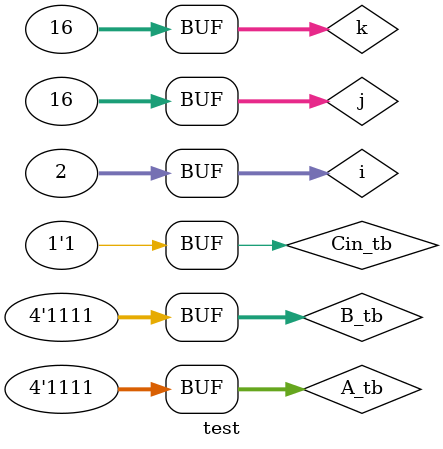
<source format=v>
`timescale 1ns / 1ps


module test;
    reg [3:0] A_tb;
    reg [3:0] B_tb;
    reg Cin_tb;
    wire Cout_tb;
    wire [3:0]led_tb;
    
Adder_subtractor kitty_poop(
    .A(A_tb),
    .B(B_tb),
    .Cin(Cin_tb),
    .Cout(Cout_tb),
    .led(led_tb)
    );
    
integer i,j,k;

initial begin

i = 0;
j = 0;
k = 0;
    
    for(i=0;i<2;i=i+1)
    begin
        for(j=0;j<16;j=j+1)
        begin
            for(k=0;k<16;k=k+1)
            begin
                A_tb = k;
            end
            B_tb = j;
        end
        Cin_tb = i;
    end
end        
    
endmodule

</source>
